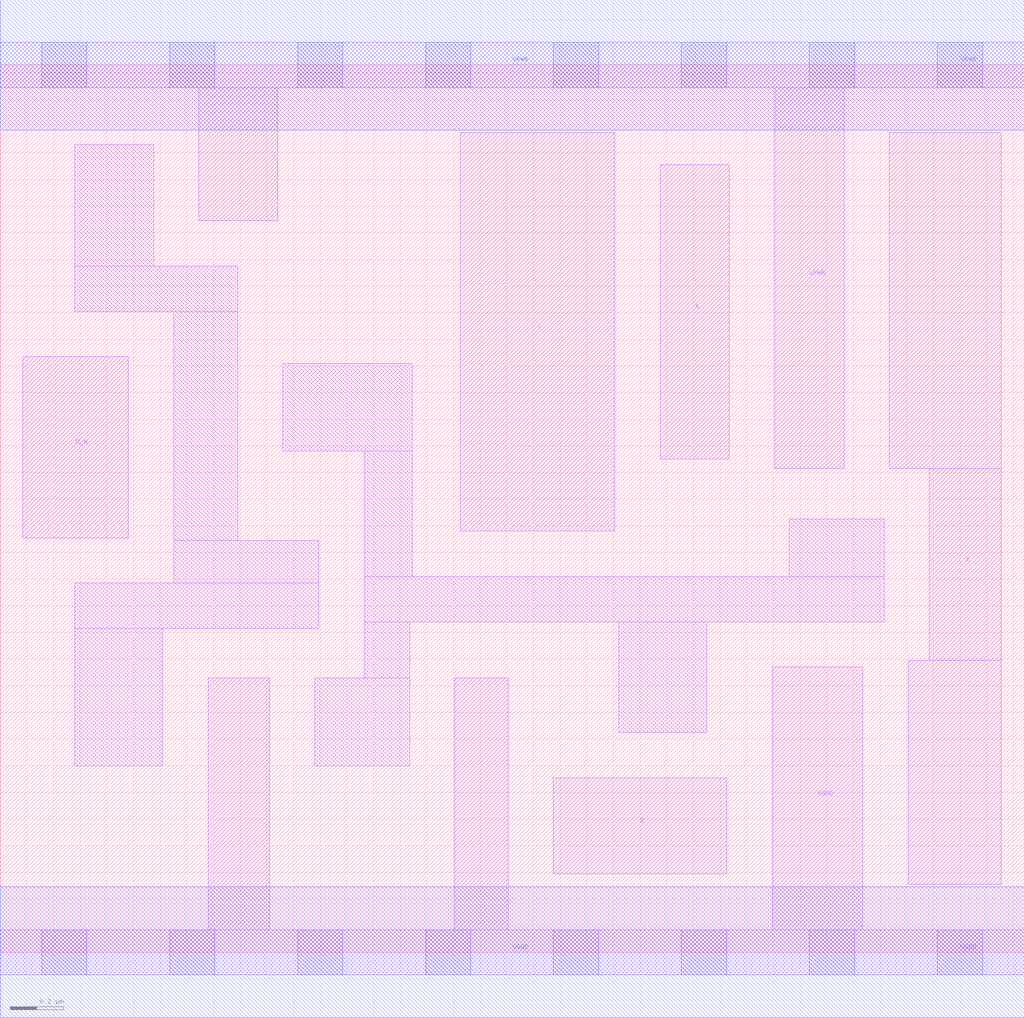
<source format=lef>
# Copyright 2020 The SkyWater PDK Authors
#
# Licensed under the Apache License, Version 2.0 (the "License");
# you may not use this file except in compliance with the License.
# You may obtain a copy of the License at
#
#     https://www.apache.org/licenses/LICENSE-2.0
#
# Unless required by applicable law or agreed to in writing, software
# distributed under the License is distributed on an "AS IS" BASIS,
# WITHOUT WARRANTIES OR CONDITIONS OF ANY KIND, either express or implied.
# See the License for the specific language governing permissions and
# limitations under the License.
#
# SPDX-License-Identifier: Apache-2.0

VERSION 5.7 ;
  NAMESCASESENSITIVE ON ;
  NOWIREEXTENSIONATPIN ON ;
  DIVIDERCHAR "/" ;
  BUSBITCHARS "[]" ;
UNITS
  DATABASE MICRONS 200 ;
END UNITS
MACRO sky130_fd_sc_lp__or4b_1
  CLASS CORE ;
  SOURCE USER ;
  FOREIGN sky130_fd_sc_lp__or4b_1 ;
  ORIGIN  0.000000  0.000000 ;
  SIZE  3.840000 BY  3.330000 ;
  SYMMETRY X Y R90 ;
  SITE unit ;
  PIN A
    ANTENNAGATEAREA  0.126000 ;
    DIRECTION INPUT ;
    USE SIGNAL ;
    PORT
      LAYER li1 ;
        RECT 2.475000 1.850000 2.735000 2.955000 ;
    END
  END A
  PIN B
    ANTENNAGATEAREA  0.126000 ;
    DIRECTION INPUT ;
    USE SIGNAL ;
    PORT
      LAYER li1 ;
        RECT 2.075000 0.295000 2.725000 0.655000 ;
    END
  END B
  PIN C
    ANTENNAGATEAREA  0.126000 ;
    DIRECTION INPUT ;
    USE SIGNAL ;
    PORT
      LAYER li1 ;
        RECT 1.725000 1.580000 2.305000 3.075000 ;
    END
  END C
  PIN D_N
    ANTENNAGATEAREA  0.126000 ;
    DIRECTION INPUT ;
    USE SIGNAL ;
    PORT
      LAYER li1 ;
        RECT 0.085000 1.555000 0.480000 2.235000 ;
    END
  END D_N
  PIN X
    ANTENNADIFFAREA  0.556500 ;
    DIRECTION OUTPUT ;
    USE SIGNAL ;
    PORT
      LAYER li1 ;
        RECT 3.335000 1.815000 3.755000 3.075000 ;
        RECT 3.405000 0.255000 3.755000 1.095000 ;
        RECT 3.485000 1.095000 3.755000 1.815000 ;
    END
  END X
  PIN VGND
    DIRECTION INOUT ;
    USE GROUND ;
    PORT
      LAYER li1 ;
        RECT 0.000000 -0.085000 3.840000 0.085000 ;
        RECT 0.780000  0.085000 1.010000 1.030000 ;
        RECT 1.705000  0.085000 1.905000 1.030000 ;
        RECT 2.895000  0.085000 3.235000 1.070000 ;
      LAYER mcon ;
        RECT 0.155000 -0.085000 0.325000 0.085000 ;
        RECT 0.635000 -0.085000 0.805000 0.085000 ;
        RECT 1.115000 -0.085000 1.285000 0.085000 ;
        RECT 1.595000 -0.085000 1.765000 0.085000 ;
        RECT 2.075000 -0.085000 2.245000 0.085000 ;
        RECT 2.555000 -0.085000 2.725000 0.085000 ;
        RECT 3.035000 -0.085000 3.205000 0.085000 ;
        RECT 3.515000 -0.085000 3.685000 0.085000 ;
      LAYER met1 ;
        RECT 0.000000 -0.245000 3.840000 0.245000 ;
    END
  END VGND
  PIN VPWR
    DIRECTION INOUT ;
    USE POWER ;
    PORT
      LAYER li1 ;
        RECT 0.000000 3.245000 3.840000 3.415000 ;
        RECT 0.745000 2.745000 1.040000 3.245000 ;
        RECT 2.905000 1.815000 3.165000 3.245000 ;
      LAYER mcon ;
        RECT 0.155000 3.245000 0.325000 3.415000 ;
        RECT 0.635000 3.245000 0.805000 3.415000 ;
        RECT 1.115000 3.245000 1.285000 3.415000 ;
        RECT 1.595000 3.245000 1.765000 3.415000 ;
        RECT 2.075000 3.245000 2.245000 3.415000 ;
        RECT 2.555000 3.245000 2.725000 3.415000 ;
        RECT 3.035000 3.245000 3.205000 3.415000 ;
        RECT 3.515000 3.245000 3.685000 3.415000 ;
      LAYER met1 ;
        RECT 0.000000 3.085000 3.840000 3.575000 ;
    END
  END VPWR
  OBS
    LAYER li1 ;
      RECT 0.280000 0.700000 0.610000 1.215000 ;
      RECT 0.280000 1.215000 1.195000 1.385000 ;
      RECT 0.280000 2.405000 0.890000 2.575000 ;
      RECT 0.280000 2.575000 0.575000 3.030000 ;
      RECT 0.650000 1.385000 1.195000 1.545000 ;
      RECT 0.650000 1.545000 0.890000 2.405000 ;
      RECT 1.060000 1.880000 1.545000 2.210000 ;
      RECT 1.180000 0.700000 1.535000 1.030000 ;
      RECT 1.365000 1.030000 1.535000 1.240000 ;
      RECT 1.365000 1.240000 3.315000 1.410000 ;
      RECT 1.365000 1.410000 1.545000 1.880000 ;
      RECT 2.320000 0.825000 2.650000 1.240000 ;
      RECT 2.960000 1.410000 3.315000 1.625000 ;
  END
END sky130_fd_sc_lp__or4b_1

</source>
